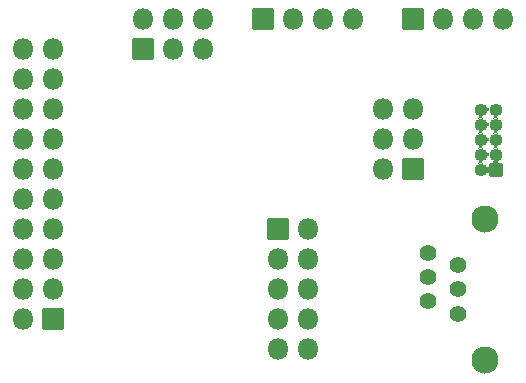
<source format=gbr>
G04 #@! TF.GenerationSoftware,KiCad,Pcbnew,(6.0.2)*
G04 #@! TF.CreationDate,2022-03-04T18:35:01+01:00*
G04 #@! TF.ProjectId,LINK,4c494e4b-2e6b-4696-9361-645f70636258,rev?*
G04 #@! TF.SameCoordinates,Original*
G04 #@! TF.FileFunction,Soldermask,Bot*
G04 #@! TF.FilePolarity,Negative*
%FSLAX46Y46*%
G04 Gerber Fmt 4.6, Leading zero omitted, Abs format (unit mm)*
G04 Created by KiCad (PCBNEW (6.0.2)) date 2022-03-04 18:35:01*
%MOMM*%
%LPD*%
G01*
G04 APERTURE LIST*
G04 Aperture macros list*
%AMRoundRect*
0 Rectangle with rounded corners*
0 $1 Rounding radius*
0 $2 $3 $4 $5 $6 $7 $8 $9 X,Y pos of 4 corners*
0 Add a 4 corners polygon primitive as box body*
4,1,4,$2,$3,$4,$5,$6,$7,$8,$9,$2,$3,0*
0 Add four circle primitives for the rounded corners*
1,1,$1+$1,$2,$3*
1,1,$1+$1,$4,$5*
1,1,$1+$1,$6,$7*
1,1,$1+$1,$8,$9*
0 Add four rect primitives between the rounded corners*
20,1,$1+$1,$2,$3,$4,$5,0*
20,1,$1+$1,$4,$5,$6,$7,0*
20,1,$1+$1,$6,$7,$8,$9,0*
20,1,$1+$1,$8,$9,$2,$3,0*%
G04 Aperture macros list end*
%ADD10O,1.802000X1.802000*%
%ADD11RoundRect,0.051000X-0.850000X-0.850000X0.850000X-0.850000X0.850000X0.850000X-0.850000X0.850000X0*%
%ADD12RoundRect,0.051000X0.850000X-0.850000X0.850000X0.850000X-0.850000X0.850000X-0.850000X-0.850000X0*%
%ADD13RoundRect,0.051000X0.500000X0.500000X-0.500000X0.500000X-0.500000X-0.500000X0.500000X-0.500000X0*%
%ADD14O,1.102000X1.102000*%
%ADD15C,2.300000*%
%ADD16C,1.402000*%
%ADD17RoundRect,0.051000X0.850000X0.850000X-0.850000X0.850000X-0.850000X-0.850000X0.850000X-0.850000X0*%
G04 APERTURE END LIST*
D10*
X124460000Y-68580000D03*
X127000000Y-68580000D03*
X124460000Y-71120000D03*
X127000000Y-71120000D03*
X124460000Y-73660000D03*
X127000000Y-73660000D03*
X124460000Y-76200000D03*
X127000000Y-76200000D03*
X124460000Y-78740000D03*
X127000000Y-78740000D03*
X124460000Y-81280000D03*
X127000000Y-81280000D03*
X124460000Y-83820000D03*
X127000000Y-83820000D03*
X124460000Y-86360000D03*
X127000000Y-86360000D03*
X124460000Y-88900000D03*
X127000000Y-88900000D03*
X124460000Y-91440000D03*
D11*
X127000000Y-91440000D03*
D12*
X144780000Y-66040000D03*
D10*
X147320000Y-66040000D03*
X149860000Y-66040000D03*
X152400000Y-66040000D03*
D13*
X164455000Y-78750000D03*
D14*
X163185000Y-78750000D03*
X164455000Y-77480000D03*
X163185000Y-77480000D03*
X164455000Y-76210000D03*
X163185000Y-76210000D03*
X164455000Y-74940000D03*
X163185000Y-74940000D03*
X164455000Y-73670000D03*
X163185000Y-73670000D03*
D12*
X157480000Y-66040000D03*
D10*
X160020000Y-66040000D03*
X162560000Y-66040000D03*
X165100000Y-66040000D03*
D15*
X163590000Y-82900000D03*
X163590000Y-94900000D03*
D16*
X158750000Y-85840000D03*
X161290000Y-86860000D03*
X158750000Y-87880000D03*
X161290000Y-88900000D03*
X158750000Y-89920000D03*
X161290000Y-90940000D03*
D17*
X157480000Y-78740000D03*
D10*
X154940000Y-78740000D03*
X157480000Y-76200000D03*
X154940000Y-76200000D03*
X157480000Y-73660000D03*
X154940000Y-73660000D03*
D11*
X146050000Y-83820000D03*
D10*
X148590000Y-83820000D03*
X146050000Y-86360000D03*
X148590000Y-86360000D03*
X146050000Y-88900000D03*
X148590000Y-88900000D03*
X146050000Y-91440000D03*
X148590000Y-91440000D03*
X146050000Y-93980000D03*
X148590000Y-93980000D03*
D12*
X134635000Y-68585000D03*
D10*
X134635000Y-66045000D03*
X137175000Y-68585000D03*
X137175000Y-66045000D03*
X139715000Y-68585000D03*
X139715000Y-66045000D03*
G36*
X163905212Y-78427842D02*
G01*
X163906000Y-78429433D01*
X163906000Y-79071633D01*
X163905000Y-79073365D01*
X163903000Y-79073365D01*
X163902081Y-79072196D01*
X163882405Y-79005184D01*
X163830062Y-78959829D01*
X163761509Y-78949972D01*
X163698462Y-78978765D01*
X163679514Y-79005331D01*
X163677694Y-79006161D01*
X163676719Y-79005794D01*
X163676329Y-79005514D01*
X163667444Y-79017878D01*
X163665621Y-79018701D01*
X163663997Y-79017534D01*
X163663972Y-79015946D01*
X163715276Y-78892087D01*
X163733983Y-78750000D01*
X163715276Y-78607913D01*
X163666217Y-78489473D01*
X163666478Y-78487490D01*
X163668326Y-78486725D01*
X163669713Y-78487575D01*
X163677472Y-78498864D01*
X163731422Y-78542765D01*
X163800249Y-78550496D01*
X163862328Y-78519790D01*
X163898038Y-78460253D01*
X163902016Y-78429179D01*
X163903228Y-78427588D01*
X163905212Y-78427842D01*
G37*
G36*
X163042913Y-78010276D02*
G01*
X163185000Y-78028983D01*
X163327087Y-78010276D01*
X163409489Y-77976144D01*
X163411472Y-77976405D01*
X163412237Y-77978253D01*
X163411153Y-77979779D01*
X163359595Y-78005710D01*
X163308777Y-78053204D01*
X163291776Y-78120345D01*
X163313772Y-78186015D01*
X163367960Y-78229513D01*
X163381969Y-78234131D01*
X163382279Y-78234262D01*
X163417005Y-78252648D01*
X163418068Y-78254343D01*
X163417132Y-78256110D01*
X163415304Y-78256264D01*
X163327087Y-78219724D01*
X163185000Y-78201017D01*
X163042913Y-78219724D01*
X162957563Y-78255077D01*
X162955580Y-78254816D01*
X162954815Y-78252968D01*
X162955881Y-78251452D01*
X163004002Y-78226615D01*
X163003818Y-78226258D01*
X163003912Y-78224260D01*
X163004599Y-78223606D01*
X163046886Y-78199323D01*
X163078767Y-78137836D01*
X163072345Y-78068878D01*
X163029590Y-78014249D01*
X162989165Y-77995275D01*
X162981989Y-77993393D01*
X162981542Y-77993216D01*
X162950144Y-77976168D01*
X162949099Y-77974462D01*
X162950053Y-77972705D01*
X162951863Y-77972562D01*
X163042913Y-78010276D01*
G37*
G36*
X164707304Y-77965705D02*
G01*
X164708069Y-77967553D01*
X164707452Y-77968753D01*
X164661733Y-78011482D01*
X164644732Y-78078623D01*
X164666728Y-78144293D01*
X164720814Y-78187709D01*
X164767948Y-78197038D01*
X164769453Y-78198355D01*
X164769065Y-78200317D01*
X164767560Y-78201000D01*
X164142562Y-78201000D01*
X164140830Y-78200000D01*
X164140830Y-78198000D01*
X164141999Y-78197081D01*
X164209011Y-78177405D01*
X164254366Y-78125062D01*
X164264223Y-78056509D01*
X164235405Y-77993407D01*
X164207194Y-77970729D01*
X164206471Y-77968864D01*
X164207724Y-77967305D01*
X164209212Y-77967322D01*
X164312913Y-78010276D01*
X164455000Y-78028983D01*
X164597087Y-78010276D01*
X164705321Y-77965444D01*
X164707304Y-77965705D01*
G37*
G36*
X163707126Y-77307952D02*
G01*
X163746629Y-77360254D01*
X163811626Y-77384179D01*
X163879236Y-77369167D01*
X163927969Y-77320016D01*
X163929898Y-77319490D01*
X163931319Y-77320898D01*
X163931237Y-77322189D01*
X163924724Y-77337913D01*
X163906017Y-77480000D01*
X163924724Y-77622087D01*
X163936686Y-77650967D01*
X163936425Y-77652950D01*
X163934577Y-77653715D01*
X163933230Y-77652921D01*
X163894662Y-77600731D01*
X163829921Y-77576125D01*
X163762156Y-77590428D01*
X163712713Y-77639262D01*
X163710980Y-77642906D01*
X163709333Y-77644041D01*
X163707527Y-77643182D01*
X163707326Y-77641282D01*
X163715276Y-77622087D01*
X163733983Y-77480000D01*
X163715276Y-77337913D01*
X163703682Y-77309922D01*
X163703943Y-77307939D01*
X163705791Y-77307174D01*
X163707126Y-77307952D01*
G37*
G36*
X164312913Y-76740276D02*
G01*
X164455000Y-76758983D01*
X164597087Y-76740276D01*
X164679489Y-76706144D01*
X164681472Y-76706405D01*
X164682237Y-76708253D01*
X164681153Y-76709779D01*
X164629595Y-76735710D01*
X164578777Y-76783204D01*
X164561776Y-76850345D01*
X164583772Y-76916015D01*
X164637960Y-76959513D01*
X164651969Y-76964131D01*
X164652279Y-76964262D01*
X164687005Y-76982648D01*
X164688068Y-76984343D01*
X164687132Y-76986110D01*
X164685304Y-76986264D01*
X164597087Y-76949724D01*
X164455000Y-76931017D01*
X164312913Y-76949724D01*
X164227563Y-76985077D01*
X164225580Y-76984816D01*
X164224815Y-76982968D01*
X164225881Y-76981452D01*
X164274002Y-76956615D01*
X164273818Y-76956258D01*
X164273912Y-76954260D01*
X164274599Y-76953606D01*
X164316886Y-76929323D01*
X164348767Y-76867836D01*
X164342345Y-76798878D01*
X164299590Y-76744249D01*
X164259165Y-76725275D01*
X164251989Y-76723393D01*
X164251542Y-76723216D01*
X164220144Y-76706168D01*
X164219099Y-76704462D01*
X164220053Y-76702705D01*
X164221863Y-76702562D01*
X164312913Y-76740276D01*
G37*
G36*
X163042913Y-76740276D02*
G01*
X163185000Y-76758983D01*
X163327087Y-76740276D01*
X163409489Y-76706144D01*
X163411472Y-76706405D01*
X163412237Y-76708253D01*
X163411153Y-76709779D01*
X163359595Y-76735710D01*
X163308777Y-76783204D01*
X163291776Y-76850345D01*
X163313772Y-76916015D01*
X163367960Y-76959513D01*
X163381969Y-76964131D01*
X163382279Y-76964262D01*
X163417005Y-76982648D01*
X163418068Y-76984343D01*
X163417132Y-76986110D01*
X163415304Y-76986264D01*
X163327087Y-76949724D01*
X163185000Y-76931017D01*
X163042913Y-76949724D01*
X162957563Y-76985077D01*
X162955580Y-76984816D01*
X162954815Y-76982968D01*
X162955881Y-76981452D01*
X163004002Y-76956615D01*
X163003818Y-76956258D01*
X163003912Y-76954260D01*
X163004599Y-76953606D01*
X163046886Y-76929323D01*
X163078767Y-76867836D01*
X163072345Y-76798878D01*
X163029590Y-76744249D01*
X162989165Y-76725275D01*
X162981989Y-76723393D01*
X162981542Y-76723216D01*
X162950144Y-76706168D01*
X162949099Y-76704462D01*
X162950053Y-76702705D01*
X162951863Y-76702562D01*
X163042913Y-76740276D01*
G37*
G36*
X163707126Y-76037952D02*
G01*
X163746629Y-76090254D01*
X163811626Y-76114179D01*
X163879236Y-76099167D01*
X163927969Y-76050016D01*
X163929898Y-76049490D01*
X163931319Y-76050898D01*
X163931237Y-76052189D01*
X163924724Y-76067913D01*
X163906017Y-76210000D01*
X163924724Y-76352087D01*
X163936686Y-76380967D01*
X163936425Y-76382950D01*
X163934577Y-76383715D01*
X163933230Y-76382921D01*
X163894662Y-76330731D01*
X163829921Y-76306125D01*
X163762156Y-76320428D01*
X163712713Y-76369262D01*
X163710980Y-76372906D01*
X163709333Y-76374041D01*
X163707527Y-76373182D01*
X163707326Y-76371282D01*
X163715276Y-76352087D01*
X163733983Y-76210000D01*
X163715276Y-76067913D01*
X163703682Y-76039922D01*
X163703943Y-76037939D01*
X163705791Y-76037174D01*
X163707126Y-76037952D01*
G37*
G36*
X163042913Y-75470276D02*
G01*
X163185000Y-75488983D01*
X163327087Y-75470276D01*
X163409489Y-75436144D01*
X163411472Y-75436405D01*
X163412237Y-75438253D01*
X163411153Y-75439779D01*
X163359595Y-75465710D01*
X163308777Y-75513204D01*
X163291776Y-75580345D01*
X163313772Y-75646015D01*
X163367960Y-75689513D01*
X163381969Y-75694131D01*
X163382279Y-75694262D01*
X163417005Y-75712648D01*
X163418068Y-75714343D01*
X163417132Y-75716110D01*
X163415304Y-75716264D01*
X163327087Y-75679724D01*
X163185000Y-75661017D01*
X163042913Y-75679724D01*
X162957563Y-75715077D01*
X162955580Y-75714816D01*
X162954815Y-75712968D01*
X162955881Y-75711452D01*
X163004002Y-75686615D01*
X163003818Y-75686258D01*
X163003912Y-75684260D01*
X163004599Y-75683606D01*
X163046886Y-75659323D01*
X163078767Y-75597836D01*
X163072345Y-75528878D01*
X163029590Y-75474249D01*
X162989165Y-75455275D01*
X162981989Y-75453393D01*
X162981542Y-75453216D01*
X162950144Y-75436168D01*
X162949099Y-75434462D01*
X162950053Y-75432705D01*
X162951863Y-75432562D01*
X163042913Y-75470276D01*
G37*
G36*
X164312913Y-75470276D02*
G01*
X164455000Y-75488983D01*
X164597087Y-75470276D01*
X164679489Y-75436144D01*
X164681472Y-75436405D01*
X164682237Y-75438253D01*
X164681153Y-75439779D01*
X164629595Y-75465710D01*
X164578777Y-75513204D01*
X164561776Y-75580345D01*
X164583772Y-75646015D01*
X164637960Y-75689513D01*
X164651969Y-75694131D01*
X164652279Y-75694262D01*
X164687005Y-75712648D01*
X164688068Y-75714343D01*
X164687132Y-75716110D01*
X164685304Y-75716264D01*
X164597087Y-75679724D01*
X164455000Y-75661017D01*
X164312913Y-75679724D01*
X164227563Y-75715077D01*
X164225580Y-75714816D01*
X164224815Y-75712968D01*
X164225881Y-75711452D01*
X164274002Y-75686615D01*
X164273818Y-75686258D01*
X164273912Y-75684260D01*
X164274599Y-75683606D01*
X164316886Y-75659323D01*
X164348767Y-75597836D01*
X164342345Y-75528878D01*
X164299590Y-75474249D01*
X164259165Y-75455275D01*
X164251989Y-75453393D01*
X164251542Y-75453216D01*
X164220144Y-75436168D01*
X164219099Y-75434462D01*
X164220053Y-75432705D01*
X164221863Y-75432562D01*
X164312913Y-75470276D01*
G37*
G36*
X163707126Y-74767952D02*
G01*
X163746629Y-74820254D01*
X163811626Y-74844179D01*
X163879236Y-74829167D01*
X163927969Y-74780016D01*
X163929898Y-74779490D01*
X163931319Y-74780898D01*
X163931237Y-74782189D01*
X163924724Y-74797913D01*
X163906017Y-74940000D01*
X163924724Y-75082087D01*
X163936686Y-75110967D01*
X163936425Y-75112950D01*
X163934577Y-75113715D01*
X163933230Y-75112921D01*
X163894662Y-75060731D01*
X163829921Y-75036125D01*
X163762156Y-75050428D01*
X163712713Y-75099262D01*
X163710980Y-75102906D01*
X163709333Y-75104041D01*
X163707527Y-75103182D01*
X163707326Y-75101282D01*
X163715276Y-75082087D01*
X163733983Y-74940000D01*
X163715276Y-74797913D01*
X163703682Y-74769922D01*
X163703943Y-74767939D01*
X163705791Y-74767174D01*
X163707126Y-74767952D01*
G37*
G36*
X164312913Y-74200276D02*
G01*
X164455000Y-74218983D01*
X164597087Y-74200276D01*
X164679489Y-74166144D01*
X164681472Y-74166405D01*
X164682237Y-74168253D01*
X164681153Y-74169779D01*
X164629595Y-74195710D01*
X164578777Y-74243204D01*
X164561776Y-74310345D01*
X164583772Y-74376015D01*
X164637960Y-74419513D01*
X164651969Y-74424131D01*
X164652279Y-74424262D01*
X164687005Y-74442648D01*
X164688068Y-74444343D01*
X164687132Y-74446110D01*
X164685304Y-74446264D01*
X164597087Y-74409724D01*
X164455000Y-74391017D01*
X164312913Y-74409724D01*
X164227563Y-74445077D01*
X164225580Y-74444816D01*
X164224815Y-74442968D01*
X164225881Y-74441452D01*
X164274002Y-74416615D01*
X164273818Y-74416258D01*
X164273912Y-74414260D01*
X164274599Y-74413606D01*
X164316886Y-74389323D01*
X164348767Y-74327836D01*
X164342345Y-74258878D01*
X164299590Y-74204249D01*
X164259165Y-74185275D01*
X164251989Y-74183393D01*
X164251542Y-74183216D01*
X164220144Y-74166168D01*
X164219099Y-74164462D01*
X164220053Y-74162705D01*
X164221863Y-74162562D01*
X164312913Y-74200276D01*
G37*
G36*
X163042913Y-74200276D02*
G01*
X163185000Y-74218983D01*
X163327087Y-74200276D01*
X163409489Y-74166144D01*
X163411472Y-74166405D01*
X163412237Y-74168253D01*
X163411153Y-74169779D01*
X163359595Y-74195710D01*
X163308777Y-74243204D01*
X163291776Y-74310345D01*
X163313772Y-74376015D01*
X163367960Y-74419513D01*
X163381969Y-74424131D01*
X163382279Y-74424262D01*
X163417005Y-74442648D01*
X163418068Y-74444343D01*
X163417132Y-74446110D01*
X163415304Y-74446264D01*
X163327087Y-74409724D01*
X163185000Y-74391017D01*
X163042913Y-74409724D01*
X162957563Y-74445077D01*
X162955580Y-74444816D01*
X162954815Y-74442968D01*
X162955881Y-74441452D01*
X163004002Y-74416615D01*
X163003818Y-74416258D01*
X163003912Y-74414260D01*
X163004599Y-74413606D01*
X163046886Y-74389323D01*
X163078767Y-74327836D01*
X163072345Y-74258878D01*
X163029590Y-74204249D01*
X162989165Y-74185275D01*
X162981989Y-74183393D01*
X162981542Y-74183216D01*
X162950144Y-74166168D01*
X162949099Y-74164462D01*
X162950053Y-74162705D01*
X162951863Y-74162562D01*
X163042913Y-74200276D01*
G37*
G36*
X163707126Y-73497952D02*
G01*
X163746629Y-73550254D01*
X163811626Y-73574179D01*
X163879236Y-73559167D01*
X163927969Y-73510016D01*
X163929898Y-73509490D01*
X163931319Y-73510898D01*
X163931237Y-73512189D01*
X163924724Y-73527913D01*
X163906017Y-73670000D01*
X163924724Y-73812087D01*
X163936686Y-73840967D01*
X163936425Y-73842950D01*
X163934577Y-73843715D01*
X163933230Y-73842921D01*
X163894662Y-73790731D01*
X163829921Y-73766125D01*
X163762156Y-73780428D01*
X163712713Y-73829262D01*
X163710980Y-73832906D01*
X163709333Y-73834041D01*
X163707527Y-73833182D01*
X163707326Y-73831282D01*
X163715276Y-73812087D01*
X163733983Y-73670000D01*
X163715276Y-73527913D01*
X163703682Y-73499922D01*
X163703943Y-73497939D01*
X163705791Y-73497174D01*
X163707126Y-73497952D01*
G37*
M02*

</source>
